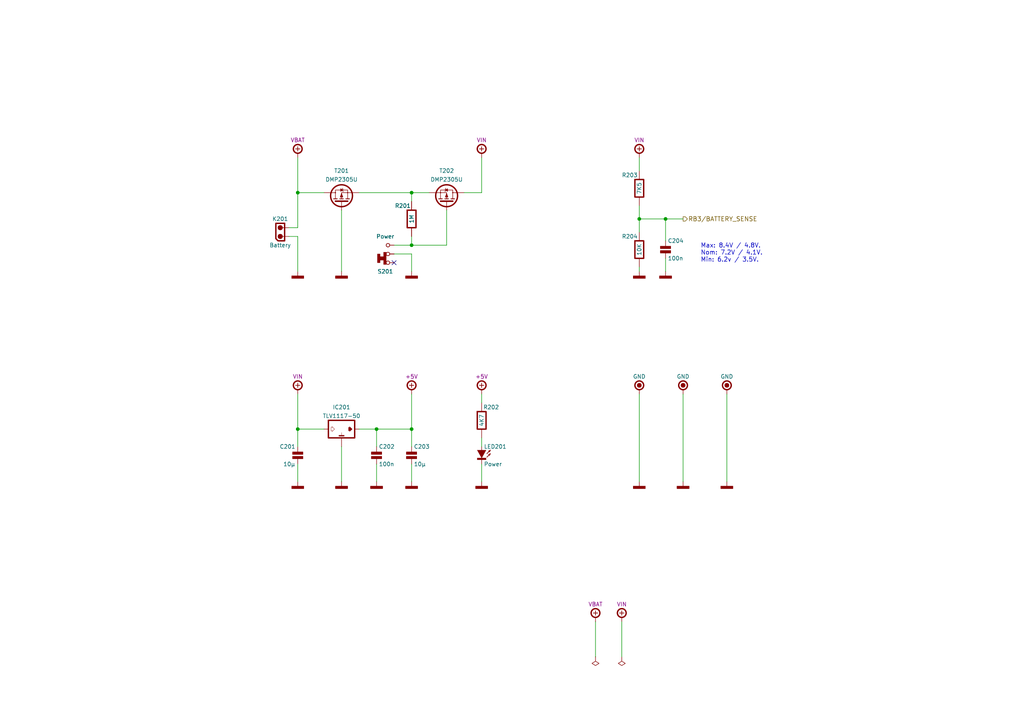
<source format=kicad_sch>
(kicad_sch (version 20211123) (generator eeschema)
  (paper "A4")
  (title_block (title "Power") (date "01/2022") (rev "A") (comment 1 "TBOT - MCU PIC-8Bit"))
  (lib_symbols
    (symbol "tronixio:C-1206" (pin_numbers hide) (pin_names (offset 0) hide)
      (property "Reference" "C" (at 0.635 2.54 0))
      (property "Value" "C-1206" (at 0.635 -2.54 0))
      (symbol "C-1206_0_1"
        (rectangle (start -1.524 -0.254) (end 1.524 -1.016) (stroke (width 0.001)) (fill (type outline)))
        (rectangle (start -1.524 1.016) (end 1.524 0.254) (stroke (width 0.001)) (fill (type outline)))
      )
      (symbol "C-1206_1_1"
        (pin passive line (at 0 2.54 270) (length 1.905) (name "~") (number "1"))
        (pin passive line (at 0 -2.54 90) (length 1.905) (name "~") (number "2"))
      )
    )
    (symbol "tronixio:DMP2305U-NEW" (pin_numbers hide) (pin_names (offset 0) hide)
      (property "Reference" "Q" (at 2.54 1.905 0))
      (property "Value" "DMP2305U-NEW" (at 0 -17.78 0))
      (symbol "DMP2305U-NEW_0_1"
        (rectangle (start -2.667 -1.905) (end -2.286 1.905) (stroke (width 0.001)) (fill (type outline)))
        (circle (center -0.889 0) (radius 3.175) (stroke (width 0.4)))
        (circle (center 0 -1.778) (radius 0.127) (stroke (width 0.12)))
        (polyline (pts (xy -1.778 -1.27) (xy -1.778 -2.286)) (stroke (width 0.254)))
        (polyline (pts (xy -1.778 0) (xy 0 0)) (stroke (width 0.15)))
        (polyline (pts (xy -1.778 0.508) (xy -1.778 -0.508)) (stroke (width 0.254)))
        (polyline (pts (xy -1.778 2.286) (xy -1.778 1.27)) (stroke (width 0.254)))
        (polyline (pts (xy -1.778 1.778) (xy 0.762 1.778) (xy 0.762 -1.778) (xy -1.778 -1.778)))
        (polyline (pts (xy -0.254 0) (xy -1.27 0.381) (xy -1.27 -0.381) (xy -0.254 0)) (fill (type outline)))
        (polyline (pts (xy 0.254 -0.508) (xy 0.381 -0.381) (xy 1.143 -0.381) (xy 1.27 -0.254)))
        (polyline (pts (xy 0.762 -0.381) (xy 0.381 0.254) (xy 1.143 0.254) (xy 0.762 -0.381)) (fill (type outline)))
        (circle (center 0 1.778) (radius 0.127) (stroke (width 0.12)))
      )
      (symbol "DMP2305U-NEW_1_1"
        (pin input line (at -5.08 0 0) (length 2.54) (name "G") (number "1"))
        (pin passive line (at 0 -5.08 90) (length 5.08) (name "S") (number "2"))
        (pin passive line (at 0 5.08 270) (length 3.3) (name "D") (number "3"))
      )
    )
    (symbol "tronixio:E-SWITCH-200USP1T1A1M2RE" (pin_numbers hide) (pin_names (offset 0) hide)
      (property "Reference" "S" (at 0 7.62 0))
      (property "Value" "E-SWITCH-200USP1T1A1M2RE" (at 0 -7.62 0))
      (symbol "E-SWITCH-200USP1T1A1M2RE_0_1"
        (rectangle (start -3.048 3.048) (end 0.508 2.286) (stroke (width 0.001)) (fill (type outline)))
        (circle (center -2.54 1.778) (radius 0.508) (stroke (width 0.2)))
        (rectangle (start -2.54 4.826) (end 0 4.064) (stroke (width 0.001)) (fill (type outline)))
        (rectangle (start -1.778 3.048) (end -0.762 4.064) (stroke (width 0.001)) (fill (type outline)))
        (circle (center 0 1.778) (radius 0.508) (stroke (width 0.2)))
        (circle (center 2.54 1.778) (radius 0.508) (stroke (width 0.2)))
        (pin passive line (at -2.54 0 90) (length 1.27) (name "1") (number "1"))
        (pin passive line (at 0 0 90) (length 1.27) (name "2") (number "2"))
        (pin passive line (at 2.54 0 90) (length 1.27) (name "3") (number "3"))
      )
    )
    (symbol "tronixio:KEYSTONE-5006" (pin_numbers hide) (pin_names (offset 0) hide)
      (property "Reference" "TP" (at 0 7.62 0))
      (property "Value" "KEYSTONE-5006" (at 0 5.08 0))
      (symbol "KEYSTONE-5006_0_1"
        (circle (center 0 2.54) (radius 0.635) (stroke (width 0.001)) (fill (type outline)))
        (circle (center 0 2.54) (radius 1.27) (stroke (width 0.4)))
      )
      (symbol "KEYSTONE-5006_1_1"
        (pin passive line (at 0 0 90) (length 1.27) (name "1") (number "1"))
      )
    )
    (symbol "tronixio:LED-1206-PURPLE" (pin_numbers hide) (pin_names (offset 0) hide)
      (property "Reference" "LED" (at 0 -2.54 0))
      (property "Value" "LED-1206-PURPLE" (at 0 -5.08 0))
      (symbol "LED-1206-PURPLE_0_1"
        (rectangle (start -1.27 1.27) (end -0.762 -1.27) (stroke (width 0.001)) (fill (type outline)))
        (polyline (pts (xy 1.524 -1.27) (xy 1.524 1.27) (xy -0.762 0) (xy 1.524 -1.27)) (stroke (width 0.001)) (fill (type outline)))
        (polyline (pts (xy -0.508 1.524) (xy 0.508 2.54) (xy 0.254 2.032) (xy 0 2.286) (xy 0.508 2.54)) (stroke (width 0.2)))
        (polyline (pts (xy 0.508 1.524) (xy 1.524 2.54) (xy 1.27 2.032) (xy 1.016 2.286) (xy 1.524 2.54)) (stroke (width 0.2)))
      )
      (symbol "LED-1206-PURPLE_1_1"
        (pin passive line (at -2.54 0 0) (length 1.27) (name "K") (number "1"))
        (pin passive line (at 2.54 0 180) (length 1.27) (name "A") (number "2"))
      )
    )
    (symbol "tronixio:MOLEX-MINI-SPOX-02-RIGHT-ANGLE" (pin_numbers hide) (pin_names (offset 0) hide)
      (property "Reference" "K" (at 0 2.54 0))
      (property "Value" "MOLEX-MINI-SPOX-02-RIGHT-ANGLE" (at 0 -5.08 0))
      (symbol "MOLEX-MINI-SPOX-02-RIGHT-ANGLE_0_1"
        (circle (center 0 -2.54) (radius 0.635) (stroke (width 0.2)) (fill (type outline)))
        (polyline (pts (xy -1.27 -3.81) (xy 1.27 -3.81) (xy 1.27 0.635) (xy 0.635 1.27) (xy -1.27 1.27) (xy -1.27 -3.81)) (stroke (width 0.4)))
        (circle (center 0 0) (radius 0.635) (stroke (width 0.2)) (fill (type outline)))
      )
      (symbol "MOLEX-MINI-SPOX-02-RIGHT-ANGLE_1_1"
        (pin passive line (at -2.54 0 0) (length 1.905) (name "1") (number "1"))
        (pin passive line (at -2.54 -2.54 0) (length 1.905) (name "2") (number "2"))
      )
    )
    (symbol "tronixio:POWER-+5V" (power) (pin_numbers hide) (pin_names (offset 0) hide)
      (property "Name" "+5V" (at 0 5.08 0))
      (symbol "POWER-+5V_0_1"
        (polyline (pts (xy -0.635 2.54) (xy 0.635 2.54)) (stroke (width 0.2)))
        (polyline (pts (xy 0 1.905) (xy 0 3.175)) (stroke (width 0.2)))
        (circle (center 0 2.54) (radius 1.27) (stroke (width 0.4)))
      )
      (symbol "POWER-+5V_1_1"
        (pin power_in line (at 0 0 90) (length 1.27) (name "+5V") (number "1"))
      )
    )
    (symbol "tronixio:POWER-GND" (power) (pin_numbers hide) (pin_names (offset 0) hide)
      (symbol "POWER-GND_0_1"
        (rectangle (start -1.778 -2.032) (end 1.778 -1.27) (stroke (width 0.001)) (fill (type outline)))
      )
      (symbol "POWER-GND_1_1"
        (pin power_in line (at 0 0 270) (length 1.27) (name "GND") (number "1"))
      )
    )
    (symbol "tronixio:POWER-VBAT" (power) (pin_numbers hide) (pin_names (offset 0) hide)
      (property "Name" "VBAT" (at 0 5.08 0))
      (symbol "POWER-VBAT_0_1"
        (polyline (pts (xy -0.635 2.54) (xy 0.635 2.54)) (stroke (width 0.2)))
        (polyline (pts (xy 0 1.905) (xy 0 3.175)) (stroke (width 0.2)))
        (circle (center 0 2.54) (radius 1.27) (stroke (width 0.4)))
      )
      (symbol "POWER-VBAT_1_1"
        (pin power_in line (at 0 0 90) (length 1.27) (name "VBAT") (number "1"))
      )
    )
    (symbol "tronixio:POWER-VIN" (power) (pin_numbers hide) (pin_names (offset 0) hide)
      (property "Name" "VIN" (at 0 5.08 0))
      (symbol "POWER-VIN_0_1"
        (polyline (pts (xy -0.635 2.54) (xy 0.635 2.54)) (stroke (width 0.2)))
        (polyline (pts (xy 0 1.905) (xy 0 3.175)) (stroke (width 0.2)))
        (circle (center 0 2.54) (radius 1.27) (stroke (width 0.4)))
      )
      (symbol "POWER-VIN_1_1"
        (pin power_in line (at 0 0 90) (length 1.27) (name "VIN") (number "1"))
      )
    )
    (symbol "tronixio:PWR_FLAG" (power) (pin_numbers hide) (pin_names (offset 0) hide)
      (symbol "PWR_FLAG_0_0"
        (pin power_out line (at 0 0 90) (length 0) (name "pwr") (number "1"))
      )
      (symbol "PWR_FLAG_0_1"
        (polyline (pts (xy 0 0) (xy 0 1.27) (xy -1.016 1.905) (xy 0 2.54) (xy 1.016 1.905) (xy 0 1.27)))
      )
    )
    (symbol "tronixio:R-1206" (pin_numbers hide) (pin_names (offset 0) hide)
      (property "Reference" "R" (at 2.54 0 90))
      (property "Value" "R-1206" (at 0 0 90))
      (symbol "R-1206_0_1"
        (rectangle (start -1.27 -2.54) (end 1.27 2.54) (stroke (width 0.4)))
      )
      (symbol "R-1206_1_1"
        (pin passive line (at 0 5.08 270) (length 2.54) (name "~") (number "1"))
        (pin passive line (at 0 -5.08 90) (length 2.54) (name "~") (number "2"))
      )
    )
    (symbol "tronixio:TLV1117-50-SOT" (pin_numbers hide) (pin_names (offset 0) hide)
      (property "Reference" "IC" (at 0 6.35 0))
      (property "Value" "TLV1117-50-SOT" (at 0 3.81 0))
      (symbol "TLV1117-50-SOT_0_1"
        (rectangle (start -3.81 -2.54) (end 3.81 2.54) (stroke (width 0.4)))
        (rectangle (start -0.762 -1.778) (end 0.762 -2.032) (stroke (width 0.001)) (fill (type outline)))
        (polyline (pts (xy -2.032 0) (xy -2.794 -0.762)) (stroke (width 0.0006)))
        (polyline (pts (xy -2.032 0) (xy -2.794 0.762)) (stroke (width 0.0006)))
        (polyline (pts (xy 0 -1.778) (xy 0 -1.016)) (stroke (width 0.0006)))
        (polyline (pts (xy 3.048 0) (xy 2.286 -0.762)) (stroke (width 0.0006)))
        (polyline (pts (xy 3.048 0) (xy 2.286 0.762)) (stroke (width 0.0006)))
        (polyline (pts (xy -2.54 -0.508) (xy -3.048 -0.508) (xy -3.048 0.508) (xy -2.54 0.508)) (stroke (width 0.0006)))
        (polyline (pts (xy 2.54 -0.508) (xy 2.032 -0.508) (xy 2.032 0.508) (xy 2.54 0.508)) (stroke (width 0.001)) (fill (type outline)))
        (polyline (pts (xy 2.54 -0.508) (xy 3.048 0) (xy 2.54 0.508) (xy 2.54 -0.508)) (stroke (width 0.001)) (fill (type outline)))
      )
      (symbol "TLV1117-50-SOT_1_1"
        (pin power_in line (at 0 -5.08 90) (length 2.54) (name "GND") (number "1"))
        (pin power_out line (at 5.08 0 180) (length 1.27) (name "VO") (number "2"))
        (pin power_in line (at -5.08 0 0) (length 1.27) (name "VI") (number "3"))
      )
    )
  )
  (junction (at 193.04 63.5) (diameter 0.9144))
  (junction (at 86.36 124.46))
  (junction (at 119.38 124.46) (diameter 0.9144))
  (junction (at 86.36 55.88) (diameter 0.9144))
  (junction (at 119.38 55.88) (diameter 0.9144))
  (junction (at 119.38 71.12))
  (junction (at 109.22 124.46))
  (junction (at 185.42 63.5) (diameter 0.9144))
  (no_connect (at 114.3 76.2))
  (wire (pts (xy 185.42 63.5) (xy 193.04 63.5)))
  (wire (pts (xy 193.04 63.5) (xy 198.12 63.5)))
  (wire (pts (xy 86.36 68.58) (xy 86.36 78.74)))
  (wire (pts (xy 134.62 55.88) (xy 139.7 55.88)))
  (wire (pts (xy 185.42 114.3) (xy 185.42 139.7)))
  (wire (pts (xy 139.7 45.72) (xy 139.7 55.88)))
  (wire (pts (xy 185.42 59.69) (xy 185.42 63.5)))
  (wire (pts (xy 185.42 63.5) (xy 185.42 67.31)))
  (wire (pts (xy 109.22 134.62) (xy 109.22 139.7)))
  (wire (pts (xy 114.3 73.66) (xy 119.38 73.66)))
  (wire (pts (xy 99.06 129.54) (xy 99.06 139.7)))
  (wire (pts (xy 119.38 68.58) (xy 119.38 71.12)))
  (wire (pts (xy 99.06 60.96) (xy 99.06 78.74)))
  (wire (pts (xy 86.36 55.88) (xy 93.98 55.88)))
  (wire (pts (xy 119.38 71.12) (xy 129.54 71.12)))
  (wire (pts (xy 104.14 124.46) (xy 109.22 124.46)))
  (wire (pts (xy 139.7 114.3) (xy 139.7 116.84)))
  (wire (pts (xy 139.7 127) (xy 139.7 129.54)))
  (wire (pts (xy 104.14 55.88) (xy 119.38 55.88)))
  (wire (pts (xy 119.38 55.88) (xy 124.46 55.88)))
  (wire (pts (xy 86.36 45.72) (xy 86.36 55.88)))
  (wire (pts (xy 86.36 124.46) (xy 93.98 124.46)))
  (wire (pts (xy 86.36 124.46) (xy 86.36 129.54)))
  (wire (pts (xy 114.3 71.12) (xy 119.38 71.12)))
  (wire (pts (xy 210.82 114.3) (xy 210.82 139.7)))
  (wire (pts (xy 139.7 134.62) (xy 139.7 139.7)))
  (wire (pts (xy 119.38 55.88) (xy 119.38 58.42)))
  (wire (pts (xy 109.22 124.46) (xy 119.38 124.46)))
  (wire (pts (xy 119.38 124.46) (xy 119.38 114.3)))
  (wire (pts (xy 193.04 74.93) (xy 193.04 78.74)))
  (wire (pts (xy 119.38 73.66) (xy 119.38 78.74)))
  (wire (pts (xy 86.36 114.3) (xy 86.36 124.46)))
  (wire (pts (xy 198.12 114.3) (xy 198.12 139.7)))
  (wire (pts (xy 119.38 134.62) (xy 119.38 139.7)))
  (wire (pts (xy 86.36 55.88) (xy 86.36 66.04)))
  (wire (pts (xy 185.42 45.72) (xy 185.42 49.53)))
  (wire (pts (xy 83.82 68.58) (xy 86.36 68.58)))
  (wire (pts (xy 193.04 69.85) (xy 193.04 63.5)))
  (wire (pts (xy 172.72 180.34) (xy 172.72 190.5)))
  (wire (pts (xy 129.54 60.96) (xy 129.54 71.12)))
  (wire (pts (xy 83.82 66.04) (xy 86.36 66.04)))
  (wire (pts (xy 119.38 124.46) (xy 119.38 129.54)))
  (wire (pts (xy 86.36 134.62) (xy 86.36 139.7)))
  (wire (pts (xy 109.22 124.46) (xy 109.22 129.54)))
  (wire (pts (xy 180.34 180.34) (xy 180.34 190.5)))
  (wire (pts (xy 185.42 77.47) (xy 185.42 78.74)))
  (text "Max: 8.4V / 4.8V.\nNom: 7.2V / 4.1V.\nMin: 6.2v / 3.5V." (at 203.2 76.2 0) (effects (font (size 1.27 1.27)) (justify left bottom)))
  (hierarchical_label "RB3{slash}BATTERY_SENSE" (shape output) (at 198.12 63.5 0))
  (symbol (lib_id "tronixio:POWER-GND") (at 139.7 139.7 0) (unit 1)
    (property "Reference" "#PWR0213" (effects hide))
    (property "Value" "GND" (effects hide))
  )
  (symbol (lib_id "tronixio:KEYSTONE-5006") (at 198.12 114.3 0) (unit 1)
    (property "Reference" "TP202" (effects hide))
    (property "Value" "GND" (at 198.12 109.22 0) (effects (font (size 1.15 1.15))))
    (property "Footprint" "tronixio:KEYSTONE-5006" (effects hide))
    (property "Datasheet" "https://www.keyelco.com/product.cfm/product_id/1315" (effects hide))
    (property "MOUSER" "534-5006" (effects hide))
  )
  (symbol (lib_id "tronixio:POWER-GND") (at 119.38 139.7 0) (unit 1)
    (property "Reference" "#PWR0210" (effects hide))
    (property "Value" "GND" (effects hide))
  )
  (symbol (lib_id "tronixio:TLV1117-50-SOT") (at 99.06 124.46 0) (unit 1)
    (property "Reference" "IC201" (at 99.06 118.11 0) (effects (font (size 1.15 1.15))))
    (property "Value" "TLV1117-50" (at 99.06 120.65 0) (effects (font (size 1.15 1.15))))
    (property "Footprint" "tronixio:SOT-223-3" (effects hide))
    (property "Datasheet" "http://www.ti.com/lit/ds/symlink/tlv1117.pdf" (effects hide))
    (property "MOUSER" "595-TLV1117-50CDC" (effects hide))
  )
  (symbol (lib_id "tronixio:MOLEX-MINI-SPOX-02-RIGHT-ANGLE") (at 81.28 68.58 180) (unit 1)
    (property "Reference" "K201" (at 81.28 63.5 0) (effects (font (size 1.15 1.15))))
    (property "Value" "Battery" (at 81.28 71.12 0) (effects (font (size 1.15 1.15))))
    (property "Footprint" "tronixio:MOLEX-22057025" (effects hide))
    (property "Datasheet" "https://www.molex.com/molex/products/part-detail/pcb_headers/0022057025" (effects hide))
    (property "MOUSER" "538-22-05-7025" (effects hide))
  )
  (symbol (lib_id "tronixio:E-SWITCH-200USP1T1A1M2RE") (at 114.3 73.66 90) (unit 1)
    (property "Reference" "S201" (at 111.76 78.74 90) (effects (font (size 1.15 1.15))))
    (property "Value" "Power" (at 111.76 68.58 90) (effects (font (size 1.15 1.15))))
    (property "Footprint" "tronixio:E-SWITCH-200USPXT1A1M2RE" (effects hide))
    (property "Datasheet" "http://spec_sheets.e-switch.com/specs/T250000.pdf" (effects hide))
    (property "MOUSER" "612-200USP1T1A1M2RE" (effects hide))
  )
  (symbol (lib_id "tronixio:R-1206") (at 119.38 63.5 180) (unit 1)
    (property "Reference" "R201" (at 116.84 59.69 0) (effects (font (size 1.15 1.15))))
    (property "Value" "1M" (at 119.38 63.5 90) (effects (font (size 1.15 1.15))))
    (property "Footprint" "tronixio:RESISTOR-1206" (effects hide))
  )
  (symbol (lib_id "tronixio:POWER-GND") (at 210.82 139.7 0) (unit 1)
    (property "Reference" "#PWR0221" (effects hide))
    (property "Value" "GND" (effects hide))
  )
  (symbol (lib_id "tronixio:C-1206") (at 193.04 72.39 0) (unit 1)
    (property "Reference" "C204" (at 193.675 69.85 0) (effects (font (size 1.15 1.15)) (justify left)))
    (property "Value" "100n" (at 193.675 74.93 0) (effects (font (size 1.15 1.15)) (justify left)))
    (property "Footprint" "tronixio:CAPACITOR-1206" (effects hide))
  )
  (symbol (lib_id "tronixio:POWER-VBAT") (at 172.72 180.34 0) (unit 1)
    (property "Reference" "#PWR0214" (effects hide))
    (property "Value" "VBAT" (effects hide))
    (property "Name" "VBAT" (at 172.72 175.26 0) (effects (font (size 1.15 1.15))))
  )
  (symbol (lib_id "tronixio:POWER-GND") (at 99.06 139.7 0) (unit 1)
    (property "Reference" "#PWR0206" (effects hide))
    (property "Value" "GND" (effects hide))
  )
  (symbol (lib_id "tronixio:POWER-GND") (at 109.22 139.7 0) (unit 1)
    (property "Reference" "#PWR0207" (effects hide))
    (property "Value" "GND" (effects hide))
  )
  (symbol (lib_id "tronixio:POWER-VIN") (at 185.42 45.72 0) (unit 1)
    (property "Reference" "#PWR0216" (effects hide))
    (property "Value" "VIN" (effects hide))
    (property "Name" "VIN" (at 185.42 40.64 0) (effects (font (size 1.15 1.15))))
  )
  (symbol (lib_id "tronixio:R-1206") (at 185.42 54.61 180) (unit 1)
    (property "Reference" "R203" (at 180.34 50.8 0) (effects (font (size 1.15 1.15)) (justify right)))
    (property "Value" "7K5" (at 185.42 54.61 90) (effects (font (size 1.15 1.15))))
    (property "Footprint" "tronixio:RESISTOR-1206" (effects hide))
  )
  (symbol (lib_id "tronixio:POWER-+5V") (at 139.7 114.3 0) (unit 1)
    (property "Reference" "#PWR0212" (effects hide))
    (property "Value" "+5V" (effects hide))
    (property "Name" "+5V" (at 139.7 109.22 0) (effects (font (size 1.15 1.15))))
  )
  (symbol (lib_id "tronixio:R-1206") (at 139.7 121.92 180) (unit 1)
    (property "Reference" "R202" (at 144.78 118.11 0) (effects (font (size 1.15 1.15)) (justify left)))
    (property "Value" "4K7" (at 139.7 121.92 90) (effects (font (size 1.15 1.15))))
    (property "Footprint" "tronixio:RESISTOR-1206" (effects hide))
  )
  (symbol (lib_id "tronixio:POWER-GND") (at 119.38 78.74 0) (unit 1)
    (property "Reference" "#PWR0208" (effects hide))
    (property "Value" "GND" (effects hide))
  )
  (symbol (lib_id "tronixio:POWER-VBAT") (at 86.36 45.72 0) (unit 1)
    (property "Reference" "#PWR0201" (effects hide))
    (property "Value" "VBAT" (effects hide))
    (property "Name" "VBAT" (at 86.36 40.64 0) (effects (font (size 1.15 1.15))))
  )
  (symbol (lib_id "tronixio:POWER-+5V") (at 119.38 114.3 0) (unit 1)
    (property "Reference" "#PWR0209" (effects hide))
    (property "Value" "+5V" (effects hide))
    (property "Name" "+5V" (at 119.38 109.22 0) (effects (font (size 1.15 1.15))))
  )
  (symbol (lib_id "tronixio:PWR_FLAG") (at 172.72 190.5 180) (unit 1)
    (property "Reference" "#FLG0201" (effects hide))
    (property "Value" "PWR_FLAG" (effects hide))
  )
  (symbol (lib_id "tronixio:POWER-GND") (at 86.36 78.74 0) (unit 1)
    (property "Reference" "#PWR0202" (effects hide))
    (property "Value" "GND" (effects hide))
  )
  (symbol (lib_id "tronixio:DMP2305U-NEW") (at 129.54 55.88 270) (mirror x) (unit 1)
    (property "Reference" "T202" (at 129.54 49.53 90) (effects (font (size 1.15 1.15))))
    (property "Value" "DMP2305U" (at 129.54 52.07 90) (effects (font (size 1.15 1.15))))
    (property "Footprint" "tronixio:SOT-23-3" (effects hide))
    (property "Datasheet" "https://www.diodes.com/part/view/DMP2305U" (effects hide))
    (property "MOUSER" "621-DMP2305U-7" (effects hide))
  )
  (symbol (lib_id "tronixio:LED-1206-PURPLE") (at 139.7 132.08 270) (mirror x) (unit 1)
    (property "Reference" "LED201" (at 140.335 129.54 90) (effects (font (size 1.15 1.15)) (justify left)))
    (property "Value" "Power" (at 140.335 134.62 90) (effects (font (size 1.15 1.15)) (justify left)))
    (property "Footprint" "tronixio:LED-1206" (effects hide))
    (property "Datasheet" "http://www.kingbrightusa.com/images/catalog/SPEC/APT3216LSECK-J3-PRV.pdf" (effects hide))
    (property "MOUSER" "604-APT3216LSECKJ3RV" (effects hide))
  )
  (symbol (lib_id "tronixio:PWR_FLAG") (at 180.34 190.5 180) (unit 1)
    (property "Reference" "#FLG0202" (effects hide))
    (property "Value" "PWR_FLAG" (effects hide))
  )
  (symbol (lib_id "tronixio:R-1206") (at 185.42 72.39 180) (unit 1)
    (property "Reference" "R204" (at 180.34 68.58 0) (effects (font (size 1.15 1.15)) (justify right)))
    (property "Value" "10K" (at 185.42 72.39 90) (effects (font (size 1.15 1.15))))
    (property "Footprint" "tronixio:RESISTOR-1206" (effects hide))
  )
  (symbol (lib_id "tronixio:POWER-VIN") (at 139.7 45.72 0) (unit 1)
    (property "Reference" "#PWR0211" (effects hide))
    (property "Value" "VIN" (effects hide))
    (property "Name" "VIN" (at 139.7 40.64 0) (effects (font (size 1.15 1.15))))
  )
  (symbol (lib_id "tronixio:POWER-GND") (at 185.42 78.74 0) (unit 1)
    (property "Reference" "#PWR0217" (effects hide))
    (property "Value" "GND" (effects hide))
  )
  (symbol (lib_id "tronixio:POWER-VIN") (at 86.36 114.3 0) (unit 1)
    (property "Reference" "#PWR0203" (effects hide))
    (property "Value" "VIN" (effects hide))
    (property "Name" "VIN" (at 86.36 109.22 0) (effects (font (size 1.15 1.15))))
  )
  (symbol (lib_id "tronixio:POWER-GND") (at 185.42 139.7 0) (unit 1)
    (property "Reference" "#PWR0218" (effects hide))
    (property "Value" "GND" (effects hide))
  )
  (symbol (lib_id "tronixio:POWER-GND") (at 193.04 78.74 0) (unit 1)
    (property "Reference" "#PWR0219" (effects hide))
    (property "Value" "GND" (effects hide))
  )
  (symbol (lib_id "tronixio:C-1206") (at 86.36 132.08 0) (unit 1)
    (property "Reference" "C201" (at 85.725 129.54 0) (effects (font (size 1.15 1.15)) (justify right)))
    (property "Value" "10µ" (at 85.725 134.62 0) (effects (font (size 1.15 1.15)) (justify right)))
    (property "Footprint" "tronixio:CAPACITOR-1206" (effects hide))
  )
  (symbol (lib_id "tronixio:POWER-GND") (at 198.12 139.7 0) (unit 1)
    (property "Reference" "#PWR0220" (effects hide))
    (property "Value" "GND" (effects hide))
  )
  (symbol (lib_id "tronixio:C-1206") (at 109.22 132.08 0) (unit 1)
    (property "Reference" "C202" (at 109.855 129.54 0) (effects (font (size 1.15 1.15)) (justify left)))
    (property "Value" "100n" (at 109.855 134.62 0) (effects (font (size 1.15 1.15)) (justify left)))
    (property "Footprint" "tronixio:CAPACITOR-1206" (effects hide))
  )
  (symbol (lib_id "tronixio:KEYSTONE-5006") (at 185.42 114.3 0) (unit 1)
    (property "Reference" "TP201" (effects hide))
    (property "Value" "GND" (at 185.42 109.22 0) (effects (font (size 1.15 1.15))))
    (property "Footprint" "tronixio:KEYSTONE-5006" (effects hide))
    (property "Datasheet" "https://www.keyelco.com/product.cfm/product_id/1315" (effects hide))
    (property "MOUSER" "534-5006" (effects hide))
  )
  (symbol (lib_id "tronixio:DMP2305U-NEW") (at 99.06 55.88 90) (unit 1)
    (property "Reference" "T201" (at 99.06 49.53 90) (effects (font (size 1.15 1.15))))
    (property "Value" "DMP2305U" (at 99.06 52.07 90) (effects (font (size 1.15 1.15))))
    (property "Footprint" "tronixio:SOT-23-3" (effects hide))
    (property "Datasheet" "https://www.diodes.com/part/view/DMP2305U" (effects hide))
    (property "MOUSER" "621-DMP2305U-7" (effects hide))
  )
  (symbol (lib_id "tronixio:POWER-GND") (at 86.36 139.7 0) (unit 1)
    (property "Reference" "#PWR0204" (effects hide))
    (property "Value" "GND" (effects hide))
  )
  (symbol (lib_id "tronixio:C-1206") (at 119.38 132.08 0) (unit 1)
    (property "Reference" "C203" (at 120.015 129.54 0) (effects (font (size 1.15 1.15)) (justify left)))
    (property "Value" "10µ" (at 120.015 134.62 0) (effects (font (size 1.15 1.15)) (justify left)))
    (property "Footprint" "tronixio:CAPACITOR-1206" (effects hide))
  )
  (symbol (lib_id "tronixio:KEYSTONE-5006") (at 210.82 114.3 0) (unit 1)
    (property "Reference" "TP203" (effects hide))
    (property "Value" "GND" (at 210.82 109.22 0) (effects (font (size 1.15 1.15))))
    (property "Footprint" "tronixio:KEYSTONE-5006" (effects hide))
    (property "Datasheet" "https://www.keyelco.com/product.cfm/product_id/1315" (effects hide))
    (property "MOUSER" "534-5006" (effects hide))
  )
  (symbol (lib_id "tronixio:POWER-VIN") (at 180.34 180.34 0) (unit 1)
    (property "Reference" "#PWR0215" (effects hide))
    (property "Value" "VIN" (effects hide))
    (property "Name" "VIN" (at 180.34 175.26 0) (effects (font (size 1.15 1.15))))
  )
  (symbol (lib_id "tronixio:POWER-GND") (at 99.06 78.74 0) (unit 1)
    (property "Reference" "#PWR0205" (effects hide))
    (property "Value" "GND" (effects hide))
  )
)
</source>
